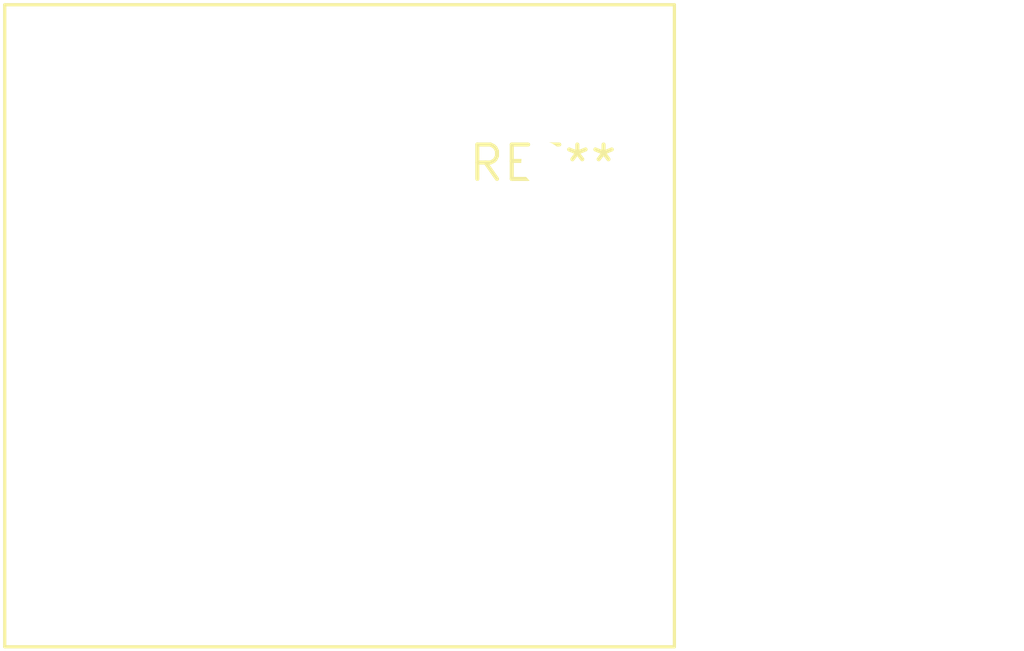
<source format=kicad_pcb>
(kicad_pcb (version 20240108) (generator pcbnew)
  (layers (0 "F.Cu" signal) (31 "B.Cu" signal) (34 "B.Paste" user) (35 "F.Paste" user) (36 "B.SilkS" user "B.Silkscreen") (37 "F.SilkS" user "F.Silkscreen") (38 "B.Mask" user) (39 "F.Mask" user) (44 "Edge.Cuts" user))
  (net 0 "")
  (footprint "SW_PUSH_LCD_E3_SAxxxx_SocketPins" (layer "F.Cu") (at 0 0)
    (property "Reference" "REF**")
    (property "Value" "SW_PUSH_LCD_E3_SAxxxx_SocketPins")
    (fp_line (start -19.85 -5.85) (end -19.85 17.85) (layer "F.SilkS") (stroke (width 0.12)))
    (fp_line (start -19.85 17.85) (end 4.85 17.85) (layer "F.SilkS") (stroke (width 0.12)))
    (fp_line (start 4.85 -5.85) (end -19.85 -5.85) (layer "F.SilkS") (stroke (width 0.12)))
    (fp_line (start 4.85 17.85) (end 4.85 -5.85) (layer "F.SilkS") (stroke (width 0.12)))
    (pad "" np_thru_hole circle (at -15.5 6) (size 5.1 5.1) (drill 5.1) (layers *.Cu *.Mask))
    (pad "" np_thru_hole circle (at -7.5 1.5) (size 3.5 3.5) (drill 3.5) (layers *.Cu *.Mask))
    (pad "" np_thru_hole circle (at 0.5 6) (size 5.1 5.1) (drill 5.1) (layers *.Cu *.Mask))
    (pad "1" thru_hole circle (at 0 0) (size 3.2 3.2) (drill 1.6) (layers *.Cu *.Mask) (remove_unused_layers))
    (pad "2" thru_hole circle (at 0 12) (size 3.2 3.2) (drill 1.6) (layers *.Cu *.Mask) (remove_unused_layers))
    (pad "3" thru_hole circle (at -15 0) (size 3.2 3.2) (drill 1.6) (layers *.Cu *.Mask) (remove_unused_layers))
    (pad "4" thru_hole circle (at -15 12) (size 3.2 3.2) (drill 1.6) (layers *.Cu *.Mask) (remove_unused_layers))
    (pad "5" thru_hole oval (at -8.75 6) (size 2 3.2) (drill 1.6) (layers *.Cu *.Mask) (remove_unused_layers))
    (pad "6" thru_hole oval (at -6.25 6) (size 2 3.2) (drill 1.6) (layers *.Cu *.Mask) (remove_unused_layers))
  )
)
</source>
